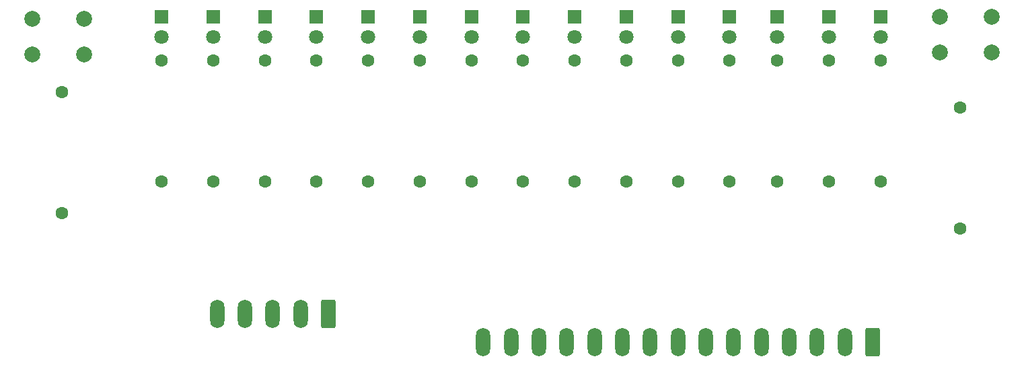
<source format=gbr>
%TF.GenerationSoftware,KiCad,Pcbnew,9.0.2*%
%TF.CreationDate,2025-11-24T17:40:38+01:00*%
%TF.ProjectId,juego-ping-pong,6a756567-6f2d-4706-996e-672d706f6e67,rev?*%
%TF.SameCoordinates,Original*%
%TF.FileFunction,Soldermask,Bot*%
%TF.FilePolarity,Negative*%
%FSLAX46Y46*%
G04 Gerber Fmt 4.6, Leading zero omitted, Abs format (unit mm)*
G04 Created by KiCad (PCBNEW 9.0.2) date 2025-11-24 17:40:38*
%MOMM*%
%LPD*%
G01*
G04 APERTURE LIST*
G04 Aperture macros list*
%AMRoundRect*
0 Rectangle with rounded corners*
0 $1 Rounding radius*
0 $2 $3 $4 $5 $6 $7 $8 $9 X,Y pos of 4 corners*
0 Add a 4 corners polygon primitive as box body*
4,1,4,$2,$3,$4,$5,$6,$7,$8,$9,$2,$3,0*
0 Add four circle primitives for the rounded corners*
1,1,$1+$1,$2,$3*
1,1,$1+$1,$4,$5*
1,1,$1+$1,$6,$7*
1,1,$1+$1,$8,$9*
0 Add four rect primitives between the rounded corners*
20,1,$1+$1,$2,$3,$4,$5,0*
20,1,$1+$1,$4,$5,$6,$7,0*
20,1,$1+$1,$6,$7,$8,$9,0*
20,1,$1+$1,$8,$9,$2,$3,0*%
G04 Aperture macros list end*
%ADD10R,1.800000X1.800000*%
%ADD11C,1.800000*%
%ADD12C,1.600000*%
%ADD13C,2.000000*%
%ADD14RoundRect,0.250000X0.650000X1.550000X-0.650000X1.550000X-0.650000X-1.550000X0.650000X-1.550000X0*%
%ADD15O,1.800000X3.600000*%
G04 APERTURE END LIST*
D10*
%TO.C,D12*%
X170750000Y-72000000D03*
D11*
X170750000Y-74540000D03*
%TD*%
D12*
%TO.C,R7*%
X138250000Y-92740000D03*
X138250000Y-77500000D03*
%TD*%
D10*
%TO.C,D2*%
X105750000Y-72000000D03*
D11*
X105750000Y-74540000D03*
%TD*%
D12*
%TO.C,R16*%
X86750000Y-96740000D03*
X86750000Y-81500000D03*
%TD*%
%TO.C,R6*%
X131750000Y-92740000D03*
X131750000Y-77500000D03*
%TD*%
%TO.C,R14*%
X183250000Y-92740000D03*
X183250000Y-77500000D03*
%TD*%
%TO.C,R4*%
X118750000Y-92740000D03*
X118750000Y-77500000D03*
%TD*%
%TO.C,R13*%
X176750000Y-92740000D03*
X176750000Y-77500000D03*
%TD*%
%TO.C,R9*%
X151250000Y-92740000D03*
X151250000Y-77500000D03*
%TD*%
D10*
%TO.C,D10*%
X157750000Y-72000000D03*
D11*
X157750000Y-74540000D03*
%TD*%
D10*
%TO.C,D15*%
X189750000Y-72000000D03*
D11*
X189750000Y-74540000D03*
%TD*%
D13*
%TO.C,P1*%
X83000000Y-72250000D03*
X89500000Y-72250000D03*
X83000000Y-76750000D03*
X89500000Y-76750000D03*
%TD*%
D12*
%TO.C,R8*%
X144750000Y-92740000D03*
X144750000Y-77500000D03*
%TD*%
D10*
%TO.C,D8*%
X144750000Y-72000000D03*
D11*
X144750000Y-74540000D03*
%TD*%
D10*
%TO.C,D9*%
X151250000Y-72000000D03*
D11*
X151250000Y-74540000D03*
%TD*%
D12*
%TO.C,R2*%
X105750000Y-92740000D03*
X105750000Y-77500000D03*
%TD*%
D10*
%TO.C,D5*%
X125250000Y-72000000D03*
D11*
X125250000Y-74540000D03*
%TD*%
D14*
%TO.C,J1*%
X188750000Y-113000000D03*
D15*
X185250000Y-113000000D03*
X181750000Y-113000000D03*
X178250000Y-113000000D03*
X174750000Y-113000000D03*
X171250000Y-113000000D03*
X167750000Y-113000000D03*
X164250000Y-113000000D03*
X160750000Y-113000000D03*
X157250000Y-113000000D03*
X153750000Y-113000000D03*
X150250000Y-113000000D03*
X146750000Y-113000000D03*
X143250000Y-113000000D03*
X139750000Y-113000000D03*
%TD*%
D12*
%TO.C,R1*%
X99250000Y-92740000D03*
X99250000Y-77500000D03*
%TD*%
%TO.C,R15*%
X189750000Y-92740000D03*
X189750000Y-77500000D03*
%TD*%
%TO.C,R11*%
X164250000Y-92740000D03*
X164250000Y-77500000D03*
%TD*%
D13*
%TO.C,P2*%
X197250000Y-72000000D03*
X203750000Y-72000000D03*
X197250000Y-76500000D03*
X203750000Y-76500000D03*
%TD*%
D12*
%TO.C,R17*%
X199750000Y-98740000D03*
X199750000Y-83500000D03*
%TD*%
D14*
%TO.C,J2*%
X120250000Y-109500000D03*
D15*
X116750000Y-109500000D03*
X113250000Y-109500000D03*
X109750000Y-109500000D03*
X106250000Y-109500000D03*
%TD*%
D10*
%TO.C,D11*%
X164250000Y-72000000D03*
D11*
X164250000Y-74540000D03*
%TD*%
D10*
%TO.C,D13*%
X176750000Y-72000000D03*
D11*
X176750000Y-74540000D03*
%TD*%
D10*
%TO.C,D6*%
X131750000Y-72000000D03*
D11*
X131750000Y-74540000D03*
%TD*%
D12*
%TO.C,R3*%
X112250000Y-92740000D03*
X112250000Y-77500000D03*
%TD*%
D10*
%TO.C,D1*%
X99250000Y-72000000D03*
D11*
X99250000Y-74540000D03*
%TD*%
D10*
%TO.C,D4*%
X118750000Y-72000000D03*
D11*
X118750000Y-74540000D03*
%TD*%
D10*
%TO.C,D14*%
X183250000Y-72000000D03*
D11*
X183250000Y-74540000D03*
%TD*%
D12*
%TO.C,R12*%
X170750000Y-92740000D03*
X170750000Y-77500000D03*
%TD*%
%TO.C,R10*%
X157750000Y-92740000D03*
X157750000Y-77500000D03*
%TD*%
D10*
%TO.C,D3*%
X112250000Y-72000000D03*
D11*
X112250000Y-74540000D03*
%TD*%
D12*
%TO.C,R5*%
X125250000Y-92740000D03*
X125250000Y-77500000D03*
%TD*%
D10*
%TO.C,D7*%
X138250000Y-72000000D03*
D11*
X138250000Y-74540000D03*
%TD*%
M02*

</source>
